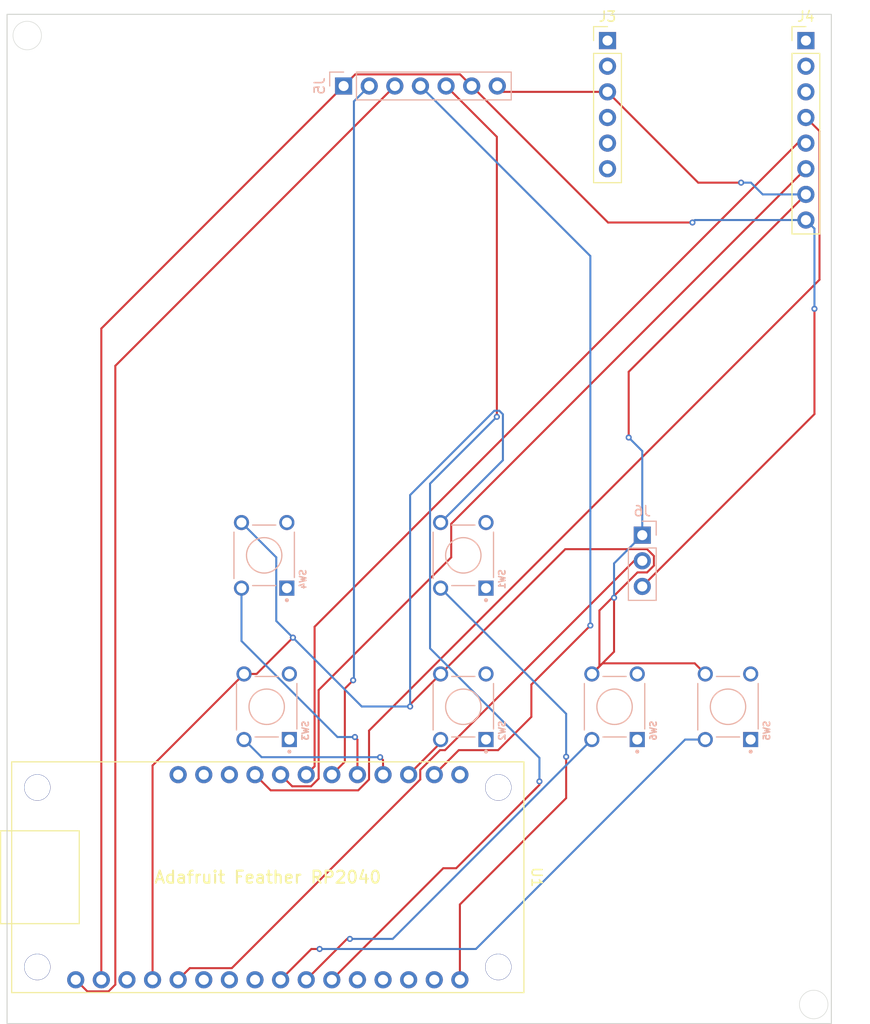
<source format=kicad_pcb>
(kicad_pcb (version 20241229) (generator "pcbnew") (generator_version "9.0")
  (layers (0 "F.Cu" signal) (2 "B.Cu" signal) (13 "F.Paste" user) (15 "B.Paste" user) (5 "F.SilkS" user "F.Silkscreen") (7 "B.SilkS" user "B.Silkscreen") (1 "F.Mask" user) (3 "B.Mask" user) (25 "Edge.Cuts" user))
  (net 0 "")
  (net 1 "SDA")
  (net 2 "EN")
  (net 3 "10")
  (net 4 "6")
  (net 5 "5")
  (net 6 "12")
  (net 7 "9")
  (net 8 "SCL")
  (net 9 "11")
  (net 10 "13")
  (net 11 "A1")
  (net 12 "SCK")
  (net 13 "25")
  (net 14 "RX")
  (net 15 "A3")
  (net 16 "24")
  (net 17 "3.3V")
  (net 18 "4")
  (net 19 "A0")
  (net 20 "A2")
  (net 21 "RES")
  (net 22 "MO")
  (net 23 "MI")
  (net 24 "TX")
  (net 25 "3v")
  (net 26 "MCK")
  (net 27 "FM")
  (net 28 "Lout")
  (net 29 "Rout")
  (net 30 "G")
  (net 43 "VBat")
  (net 44 "VBus")
  (net 45 "3v3")
  (net 46 "GND")
  (net 47 "DE")
  (net 48 "FIL")
  (footprint "Connector_PinHeader_2.54mm:PinHeader_1x06_P2.54mm_Vertical" (layer "F.Cu") (at 180.55 37.5)
    (property "Reference" "J3" (at 0 -2.38 0) (layer "F.SilkS"))
    (property "Value" "PCM5102_side_6")
    (fp_line (start -1.38 -1.38) (end 0 -1.38) (stroke (width 0.12)) (layer "F.SilkS"))
    (fp_line (start -1.38 0) (end -1.38 -1.38) (stroke (width 0.12)) (layer "F.SilkS"))
    (fp_line (start -1.38 1.27) (end -1.38 14.08) (stroke (width 0.12)) (layer "F.SilkS"))
    (fp_line (start -1.38 1.27) (end 1.38 1.27) (stroke (width 0.12)) (layer "F.SilkS"))
    (fp_line (start -1.38 14.08) (end 1.38 14.08) (stroke (width 0.12)) (layer "F.SilkS"))
    (fp_line (start 1.38 1.27) (end 1.38 14.08) (stroke (width 0.12)) (layer "F.SilkS"))
    (pad "1" thru_hole rect (at 0 0) (size 1.7 1.7) (drill 1) (layers "*.Cu" "*.Mask") (net 25 "3v"))
    (pad "2" thru_hole circle (at 0 2.54) (size 1.7 1.7) (drill 1) (layers "*.Cu" "*.Mask") (net 27 "FM"))
    (pad "3" thru_hole circle (at 0 5.08) (size 1.7 1.7) (drill 1) (layers "*.Cu" "*.Mask") (net 46 "GND"))
    (pad "4" thru_hole circle (at 0 7.62) (size 1.7 1.7) (drill 1) (layers "*.Cu" "*.Mask") (net 26 "MCK"))
    (pad "5" thru_hole circle (at 0 10.16) (size 1.7 1.7) (drill 1) (layers "*.Cu" "*.Mask") (net 48 "FIL"))
    (pad "6" thru_hole circle (at 0 12.7) (size 1.7 1.7) (drill 1) (layers "*.Cu" "*.Mask") (net 47 "DE"))
  )
  (footprint "Connector_PinHeader_2.54mm:PinHeader_1x08_P2.54mm_Vertical" (layer "F.Cu") (at 200.225 37.5)
    (property "Reference" "J4" (at 0 -2.38 0) (layer "F.SilkS"))
    (property "Value" "PCM5102_side_8")
    (fp_line (start -1.38 -1.38) (end 0 -1.38) (stroke (width 0.12)) (layer "F.SilkS"))
    (fp_line (start -1.38 0) (end -1.38 -1.38) (stroke (width 0.12)) (layer "F.SilkS"))
    (fp_line (start -1.38 1.27) (end -1.38 19.16) (stroke (width 0.12)) (layer "F.SilkS"))
    (fp_line (start -1.38 1.27) (end 1.38 1.27) (stroke (width 0.12)) (layer "F.SilkS"))
    (fp_line (start -1.38 19.16) (end 1.38 19.16) (stroke (width 0.12)) (layer "F.SilkS"))
    (fp_line (start 1.38 1.27) (end 1.38 19.16) (stroke (width 0.12)) (layer "F.SilkS"))
    (pad "1" thru_hole rect (at 0 0) (size 1.7 1.7) (drill 1) (layers "*.Cu" "*.Mask") (net 29 "Rout"))
    (pad "2" thru_hole circle (at 0 2.54) (size 1.7 1.7) (drill 1) (layers "*.Cu" "*.Mask") (net 30 "G"))
    (pad "3" thru_hole circle (at 0 5.08) (size 1.7 1.7) (drill 1) (layers "*.Cu" "*.Mask") (net 28 "Lout"))
    (pad "4" thru_hole circle (at 0 7.62) (size 1.7 1.7) (drill 1) (layers "*.Cu" "*.Mask") (net 10 "13"))
    (pad "5" thru_hole circle (at 0 10.16) (size 1.7 1.7) (drill 1) (layers "*.Cu" "*.Mask") (net 9 "11"))
    (pad "6" thru_hole circle (at 0 12.7) (size 1.7 1.7) (drill 1) (layers "*.Cu" "*.Mask") (net 6 "12"))
    (pad "7" thru_hole circle (at 0 15.24) (size 1.7 1.7) (drill 1) (layers "*.Cu" "*.Mask") (net 46 "GND"))
    (pad "8" thru_hole circle (at 0 17.78) (size 1.7 1.7) (drill 1) (layers "*.Cu" "*.Mask") (net 17 "3.3V"))
  )
  (footprint "Adafruit-RP2040-KiCAD-main:Adafruit-Feather-RP2040" (layer "F.Cu") (at 146.86 120.39)
    (property "Reference" "U1" (at 26.67 0 270) (layer "F.SilkS"))
    (property "Value" "Adafruit-Feather-RP2040_adalogger")
    (fp_line (start -26.5 -4.6) (end -26.5 4.6) (stroke (width 0.12)) (layer "F.SilkS"))
    (fp_line (start -25.4 -11.43) (end 25.4 -11.43) (stroke (width 0.12)) (layer "F.SilkS"))
    (fp_line (start -25.4 11.43) (end -25.4 -11.43) (stroke (width 0.12)) (layer "F.SilkS"))
    (fp_line (start -18.7 -4.6) (end -26.5 -4.6) (stroke (width 0.12)) (layer "F.SilkS"))
    (fp_line (start -18.7 -4.6) (end -18.7 4.6) (stroke (width 0.12)) (layer "F.SilkS"))
    (fp_line (start -18.7 4.6) (end -26.5 4.6) (stroke (width 0.12)) (layer "F.SilkS"))
    (fp_line (start 25.4 -11.43) (end 25.4 11.43) (stroke (width 0.12)) (layer "F.SilkS"))
    (fp_line (start 25.4 11.43) (end -25.4 11.43) (stroke (width 0.12)) (layer "F.SilkS"))
    (fp_text user "Adafruit Feather RP2040" (at 0 0 0) (layer "F.SilkS") (effects (font (size 1.2 1.2) (thickness 0.2))))
    (pad "" np_thru_hole circle (at -22.86 -8.89) (size 2.6 2.6) (drill 2.54) (layers "*.Cu" "*.Mask") (clearance 1.3))
    (pad "" np_thru_hole circle (at -22.86 8.89) (size 2.6 2.6) (drill 2.54) (layers "*.Cu" "*.Mask") (clearance 1.3))
    (pad "" np_thru_hole circle (at 22.86 -8.89) (size 2.6 2.6) (drill 2.54) (layers "*.Cu" "*.Mask") (clearance 1.3))
    (pad "" np_thru_hole circle (at 22.86 8.89) (size 2.6 2.6) (drill 2.54) (layers "*.Cu" "*.Mask") (clearance 1.3))
    (pad "1" thru_hole circle (at -19.05 10.16) (size 1.7 1.7) (drill 1) (layers "*.Cu" "*.Mask") (net 21 "RES"))
    (pad "2" thru_hole circle (at -16.51 10.16) (size 1.7 1.7) (drill 1) (layers "*.Cu" "*.Mask") (net 17 "3.3V"))
    (pad "3" thru_hole circle (at -13.97 10.16) (size 1.7 1.7) (drill 1) (layers "*.Cu" "*.Mask") (net 45 "3v3"))
    (pad "4" thru_hole circle (at -11.43 10.16) (size 1.7 1.7) (drill 1) (layers "*.Cu" "*.Mask") (net 46 "GND"))
    (pad "5" thru_hole circle (at -8.89 10.16) (size 1.7 1.7) (drill 1) (layers "*.Cu" "*.Mask") (net 19 "A0"))
    (pad "6" thru_hole circle (at -6.35 10.16) (size 1.7 1.7) (drill 1) (layers "*.Cu" "*.Mask") (net 11 "A1"))
    (pad "7" thru_hole circle (at -3.81 10.16) (size 1.7 1.7) (drill 1) (layers "*.Cu" "*.Mask") (net 20 "A2"))
    (pad "8" thru_hole circle (at -1.27 10.16) (size 1.7 1.7) (drill 1) (layers "*.Cu" "*.Mask") (net 15 "A3"))
    (pad "9" thru_hole circle (at 1.27 10.16) (size 1.7 1.7) (drill 1) (layers "*.Cu" "*.Mask") (net 16 "24"))
    (pad "10" thru_hole circle (at 3.81 10.16) (size 1.7 1.7) (drill 1) (layers "*.Cu" "*.Mask") (net 13 "25"))
    (pad "11" thru_hole circle (at 6.35 10.16) (size 1.7 1.7) (drill 1) (layers "*.Cu" "*.Mask") (net 12 "SCK"))
    (pad "12" thru_hole circle (at 8.89 10.16) (size 1.7 1.7) (drill 1) (layers "*.Cu" "*.Mask") (net 22 "MO"))
    (pad "13" thru_hole circle (at 11.43 10.16) (size 1.7 1.7) (drill 1) (layers "*.Cu" "*.Mask") (net 23 "MI"))
    (pad "14" thru_hole circle (at 13.97 10.16) (size 1.7 1.7) (drill 1) (layers "*.Cu" "*.Mask") (net 14 "RX"))
    (pad "15" thru_hole circle (at 16.51 10.16) (size 1.7 1.7) (drill 1) (layers "*.Cu" "*.Mask") (net 24 "TX"))
    (pad "16" thru_hole circle (at 19.05 10.16) (size 1.7 1.7) (drill 1) (layers "*.Cu" "*.Mask") (net 18 "4"))
    (pad "17" thru_hole circle (at 19.05 -10.16) (size 1.7 1.7) (drill 1) (layers "*.Cu" "*.Mask") (net 8 "SCL"))
    (pad "18" thru_hole circle (at 16.51 -10.16) (size 1.7 1.7) (drill 1) (layers "*.Cu" "*.Mask") (net 1 "SDA"))
    (pad "19" thru_hole circle (at 13.97 -10.16) (size 1.7 1.7) (drill 1) (layers "*.Cu" "*.Mask") (net 5 "5"))
    (pad "20" thru_hole circle (at 11.43 -10.16) (size 1.7 1.7) (drill 1) (layers "*.Cu" "*.Mask") (net 4 "6"))
    (pad "21" thru_hole circle (at 8.89 -10.16) (size 1.7 1.7) (drill 1) (layers "*.Cu" "*.Mask") (net 7 "9"))
    (pad "22" thru_hole circle (at 6.35 -10.16) (size 1.7 1.7) (drill 1) (layers "*.Cu" "*.Mask") (net 3 "10"))
    (pad "23" thru_hole circle (at 3.81 -10.16) (size 1.7 1.7) (drill 1) (layers "*.Cu" "*.Mask") (net 9 "11"))
    (pad "24" thru_hole circle (at 1.27 -10.16) (size 1.7 1.7) (drill 1) (layers "*.Cu" "*.Mask") (net 6 "12"))
    (pad "25" thru_hole circle (at -1.27 -10.16) (size 1.7 1.7) (drill 1) (layers "*.Cu" "*.Mask") (net 10 "13"))
    (pad "26" thru_hole circle (at -3.81 -10.16) (size 1.7 1.7) (drill 1) (layers "*.Cu" "*.Mask") (net 44 "VBus"))
    (pad "27" thru_hole circle (at -6.35 -10.16) (size 1.7 1.7) (drill 1) (layers "*.Cu" "*.Mask") (net 2 "EN"))
    (pad "28" thru_hole circle (at -8.89 -10.16) (size 1.7 1.7) (drill 1) (layers "*.Cu" "*.Mask") (net 43 "VBat"))
  )
  (footprint "1825910-6:SW_1825910-6-4" (layer "B.Cu") (at 166.25 103.5 90)
    (property "Reference" "SW2" (at -2.3627 3.844398 90) (layer "B.SilkS") (effects (font (size 0.630643 0.630643)) (justify mirror)))
    (property "Value" "1825910-6")
    (fp_line (start 2.3 -2.995) (end -2.3 -2.995) (stroke (width 0.127)) (layer "B.SilkS"))
    (fp_line (start 3 1.15) (end 3 -1.15) (stroke (width 0.127)) (layer "B.SilkS"))
    (fp_line (start -2.995 1.15) (end -2.995 -1.15) (stroke (width 0.127)) (layer "B.SilkS"))
    (fp_line (start -2.2 2.995) (end 2.3 2.995) (stroke (width 0.127)) (layer "B.SilkS"))
    (fp_circle (center 0 0) (end 1.755 0) (stroke (width 0.127)) (fill no) (layer "B.SilkS"))
    (fp_circle (center -4.445 2.25) (end -4.345 2.25) (stroke (width 0.2)) (fill no) (layer "B.SilkS"))
    (pad "1" thru_hole rect (at -3.25 2.25 90) (size 1.498 1.498) (drill 0.99) (layers "*.Cu" "*.Mask"))
    (pad "2" thru_hole circle (at 3.25 2.25 90) (size 1.498 1.498) (drill 0.99) (layers "*.Cu" "*.Mask"))
    (pad "3" thru_hole circle (at -3.25 -2.25 90) (size 1.498 1.498) (drill 0.99) (layers "*.Cu" "*.Mask") (net 5 "5"))
    (pad "4" thru_hole circle (at 3.25 -2.25 90) (size 1.498 1.498) (drill 0.99) (layers "*.Cu" "*.Mask") (net 46 "GND"))
  )
  (footprint "1825910-6:SW_1825910-6-4" (layer "B.Cu") (at 181.25 103.5 90)
    (property "Reference" "SW6" (at -2.3627 3.844398 90) (layer "B.SilkS") (effects (font (size 0.630643 0.630643)) (justify mirror)))
    (property "Value" "1825910-6")
    (fp_line (start 2.3 -2.995) (end -2.3 -2.995) (stroke (width 0.127)) (layer "B.SilkS"))
    (fp_line (start 3 1.15) (end 3 -1.15) (stroke (width 0.127)) (layer "B.SilkS"))
    (fp_line (start -2.995 1.15) (end -2.995 -1.15) (stroke (width 0.127)) (layer "B.SilkS"))
    (fp_line (start -2.2 2.995) (end 2.3 2.995) (stroke (width 0.127)) (layer "B.SilkS"))
    (fp_circle (center 0 0) (end 1.755 0) (stroke (width 0.127)) (fill no) (layer "B.SilkS"))
    (fp_circle (center -4.445 2.25) (end -4.345 2.25) (stroke (width 0.2)) (fill no) (layer "B.SilkS"))
    (pad "1" thru_hole rect (at -3.25 2.25 90) (size 1.498 1.498) (drill 0.99) (layers "*.Cu" "*.Mask"))
    (pad "2" thru_hole circle (at 3.25 2.25 90) (size 1.498 1.498) (drill 0.99) (layers "*.Cu" "*.Mask"))
    (pad "3" thru_hole circle (at -3.25 -2.25 90) (size 1.498 1.498) (drill 0.99) (layers "*.Cu" "*.Mask") (net 13 "25"))
    (pad "4" thru_hole circle (at 3.25 -2.25 90) (size 1.498 1.498) (drill 0.99) (layers "*.Cu" "*.Mask") (net 46 "GND"))
  )
  (footprint "Connector_PinHeader_2.54mm:PinHeader_1x07_P2.54mm_Vertical" (layer "B.Cu") (at 154.38 42 -90)
    (property "Reference" "J5" (at 0 2.38 90) (layer "B.SilkS") (effects (justify mirror)))
    (property "Value" "screen_7")
    (fp_line (start -1.38 1.38) (end 0 1.379999) (stroke (width 0.12)) (layer "B.SilkS"))
    (fp_line (start -1.379999 0) (end -1.38 1.38) (stroke (width 0.12)) (layer "B.SilkS"))
    (fp_line (start -1.38 -1.27) (end 1.38 -1.27) (stroke (width 0.12)) (layer "B.SilkS"))
    (fp_line (start -1.38 -1.27) (end -1.38 -16.62) (stroke (width 0.12)) (layer "B.SilkS"))
    (fp_line (start 1.38 -1.27) (end 1.38 -16.62) (stroke (width 0.12)) (layer "B.SilkS"))
    (fp_line (start -1.38 -16.62) (end 1.38 -16.62) (stroke (width 0.12)) (layer "B.SilkS"))
    (pad "1" thru_hole rect (at 0 0 270) (size 1.7 1.7) (drill 1) (layers "*.Cu" "*.Mask") (net 17 "3.3V"))
    (pad "2" thru_hole circle (at 0 -2.54 270) (size 1.7 1.7) (drill 1) (layers "*.Cu" "*.Mask") (net 3 "10"))
    (pad "3" thru_hole circle (at 0 -5.079999 270) (size 1.7 1.7) (drill 1) (layers "*.Cu" "*.Mask") (net 21 "RES"))
    (pad "4" thru_hole circle (at 0 -7.62 270) (size 1.7 1.7) (drill 1) (layers "*.Cu" "*.Mask") (net 1 "SDA"))
    (pad "5" thru_hole circle (at 0 -10.16 270) (size 1.7 1.7) (drill 1) (layers "*.Cu" "*.Mask") (net 12 "SCK"))
    (pad "6" thru_hole circle (at 0 -12.7 270) (size 1.7 1.7) (drill 1) (layers "*.Cu" "*.Mask") (net 17 "3.3V"))
    (pad "7" thru_hole circle (at 0 -15.24 270) (size 1.7 1.7) (drill 1) (layers "*.Cu" "*.Mask") (net 46 "GND"))
  )
  (footprint "Connector_PinHeader_2.54mm:PinHeader_1x03_P2.54mm_Vertical" (layer "B.Cu") (at 184 86.5 180)
    (property "Reference" "J6" (at 0 2.38 0) (layer "B.SilkS") (effects (justify mirror)))
    (property "Value" "potentiometer_3")
    (fp_line (start 1.38 -1.27) (end 1.38 -6.46) (stroke (width 0.12)) (layer "B.SilkS"))
    (fp_line (start -1.38 1.38) (end 0 1.38) (stroke (width 0.12)) (layer "B.SilkS"))
    (fp_line (start -1.38 0) (end -1.38 1.38) (stroke (width 0.12)) (layer "B.SilkS"))
    (fp_line (start -1.38 -1.27) (end 1.38 -1.27) (stroke (width 0.12)) (layer "B.SilkS"))
    (fp_line (start -1.38 -1.27) (end -1.38 -6.46) (stroke (width 0.12)) (layer "B.SilkS"))
    (fp_line (start -1.38 -6.46) (end 1.38 -6.46) (stroke (width 0.12)) (layer "B.SilkS"))
    (pad "1" thru_hole rect (at 0 0 180) (size 1.7 1.7) (drill 1) (layers "*.Cu" "*.Mask") (net 46 "GND"))
    (pad "2" thru_hole circle (at 0 -2.54 180) (size 1.7 1.7) (drill 1) (layers "*.Cu" "*.Mask") (net 19 "A0"))
    (pad "3" thru_hole circle (at 0 -5.08 180) (size 1.7 1.7) (drill 1) (layers "*.Cu" "*.Mask") (net 17 "3.3V"))
  )
  (footprint "1825910-6:SW_1825910-6-4" (layer "B.Cu") (at 146.75 103.5 90)
    (property "Reference" "SW3" (at -2.3627 3.844398 90) (layer "B.SilkS") (effects (font (size 0.630643 0.630643)) (justify mirror)))
    (property "Value" "1825910-6")
    (fp_line (start 2.3 -2.995) (end -2.3 -2.995) (stroke (width 0.127)) (layer "B.SilkS"))
    (fp_line (start 3 1.15) (end 3 -1.15) (stroke (width 0.127)) (layer "B.SilkS"))
    (fp_line (start -2.995 1.15) (end -2.995 -1.15) (stroke (width 0.127)) (layer "B.SilkS"))
    (fp_line (start -2.2 2.995) (end 2.3 2.995) (stroke (width 0.127)) (layer "B.SilkS"))
    (fp_circle (center 0 0) (end 1.755 0) (stroke (width 0.127)) (fill no) (layer "B.SilkS"))
    (fp_circle (center -4.445 2.25) (end -4.345 2.25) (stroke (width 0.2)) (fill no) (layer "B.SilkS"))
    (pad "1" thru_hole rect (at -3.25 2.25 90) (size 1.498 1.498) (drill 0.99) (layers "*.Cu" "*.Mask"))
    (pad "2" thru_hole circle (at 3.25 2.25 90) (size 1.498 1.498) (drill 0.99) (layers "*.Cu" "*.Mask"))
    (pad "3" thru_hole circle (at -3.25 -2.25 90) (size 1.498 1.498) (drill 0.99) (layers "*.Cu" "*.Mask") (net 4 "6"))
    (pad "4" thru_hole circle (at 3.25 -2.25 90) (size 1.498 1.498) (drill 0.99) (layers "*.Cu" "*.Mask") (net 46 "GND"))
  )
  (footprint "1825910-6:SW_1825910-6-4" (layer "B.Cu") (at 166.25 88.5 90)
    (property "Reference" "SW1" (at -2.3627 3.844398 90) (layer "B.SilkS") (effects (font (size 0.630643 0.630643)) (justify mirror)))
    (property "Value" "1825910-6")
    (fp_line (start 2.3 -2.995) (end -2.3 -2.995) (stroke (width 0.127)) (layer "B.SilkS"))
    (fp_line (start 3 1.15) (end 3 -1.15) (stroke (width 0.127)) (layer "B.SilkS"))
    (fp_line (start -2.995 1.15) (end -2.995 -1.15) (stroke (width 0.127)) (layer "B.SilkS"))
    (fp_line (start -2.2 2.995) (end 2.3 2.995) (stroke (width 0.127)) (layer "B.SilkS"))
    (fp_circle (center 0 0) (end 1.755 0) (stroke (width 0.127)) (fill no) (layer "B.SilkS"))
    (fp_circle (center -4.445 2.25) (end -4.345 2.25) (stroke (width 0.2)) (fill no) (layer "B.SilkS"))
    (pad "1" thru_hole rect (at -3.25 2.25 90) (size 1.498 1.498) (drill 0.99) (layers "*.Cu" "*.Mask"))
    (pad "2" thru_hole circle (at 3.25 2.25 90) (size 1.498 1.498) (drill 0.99) (layers "*.Cu" "*.Mask"))
    (pad "3" thru_hole circle (at -3.25 -2.25 90) (size 1.498 1.498) (drill 0.99) (layers "*.Cu" "*.Mask") (net 18 "4"))
    (pad "4" thru_hole circle (at 3.25 -2.25 90) (size 1.498 1.498) (drill 0.99) (layers "*.Cu" "*.Mask") (net 46 "GND"))
  )
  (footprint "1825910-6:SW_1825910-6-4" (layer "B.Cu") (at 146.5 88.5 90)
    (property "Reference" "SW4" (at -2.3627 3.844398 90) (layer "B.SilkS") (effects (font (size 0.630643 0.630643)) (justify mirror)))
    (property "Value" "1825910-6")
    (fp_line (start 2.3 -2.995) (end -2.3 -2.995) (stroke (width 0.127)) (layer "B.SilkS"))
    (fp_line (start 3 1.15) (end 3 -1.15) (stroke (width 0.127)) (layer "B.SilkS"))
    (fp_line (start -2.995 1.15) (end -2.995 -1.15) (stroke (width 0.127)) (layer "B.SilkS"))
    (fp_line (start -2.2 2.995) (end 2.3 2.995) (stroke (width 0.127)) (layer "B.SilkS"))
    (fp_circle (center 0 0) (end 1.755 0) (stroke (width 0.127)) (fill no) (layer "B.SilkS"))
    (fp_circle (center -4.445 2.25) (end -4.345 2.25) (stroke (width 0.2)) (fill no) (layer "B.SilkS"))
    (pad "1" thru_hole rect (at -3.25 2.25 90) (size 1.498 1.498) (drill 0.99) (layers "*.Cu" "*.Mask"))
    (pad "2" thru_hole circle (at 3.25 2.25 90) (size 1.498 1.498) (drill 0.99) (layers "*.Cu" "*.Mask"))
    (pad "3" thru_hole circle (at -3.25 -2.25 90) (size 1.498 1.498) (drill 0.99) (layers "*.Cu" "*.Mask") (net 7 "9"))
    (pad "4" thru_hole circle (at 3.25 -2.25 90) (size 1.498 1.498) (drill 0.99) (layers "*.Cu" "*.Mask") (net 46 "GND"))
  )
  (footprint "1825910-6:SW_1825910-6-4" (layer "B.Cu") (at 192.5 103.5 90)
    (property "Reference" "SW5" (at -2.3627 3.844398 90) (layer "B.SilkS") (effects (font (size 0.630643 0.630643)) (justify mirror)))
    (property "Value" "1825910-6")
    (fp_line (start 2.3 -2.995) (end -2.3 -2.995) (stroke (width 0.127)) (layer "B.SilkS"))
    (fp_line (start 3 1.15) (end 3 -1.15) (stroke (width 0.127)) (layer "B.SilkS"))
    (fp_line (start -2.995 1.15) (end -2.995 -1.15) (stroke (width 0.127)) (layer "B.SilkS"))
    (fp_line (start -2.2 2.995) (end 2.3 2.995) (stroke (width 0.127)) (layer "B.SilkS"))
    (fp_circle (center 0 0) (end 1.755 0) (stroke (width 0.127)) (fill no) (layer "B.SilkS"))
    (fp_circle (center -4.445 2.25) (end -4.345 2.25) (stroke (width 0.2)) (fill no) (layer "B.SilkS"))
    (pad "1" thru_hole rect (at -3.25 2.25 90) (size 1.498 1.498) (drill 0.99) (layers "*.Cu" "*.Mask"))
    (pad "2" thru_hole circle (at 3.25 2.25 90) (size 1.498 1.498) (drill 0.99) (layers "*.Cu" "*.Mask"))
    (pad "3" thru_hole circle (at -3.25 -2.25 90) (size 1.498 1.498) (drill 0.99) (layers "*.Cu" "*.Mask") (net 16 "24"))
    (pad "4" thru_hole circle (at 3.25 -2.25 90) (size 1.498 1.498) (drill 0.99) (layers "*.Cu" "*.Mask") (net 46 "GND"))
  )
  (gr_rect (start 121 34.9) (end 202.75 134.895) (stroke (width 0.1)) (fill no) (layer "Edge.Cuts"))
  (gr_circle (center 123 37) (end 124 38) (stroke (width 0.05)) (fill no) (layer "Edge.Cuts"))
  (gr_circle (center 201 133) (end 202 134) (stroke (width 0.05)) (fill no) (layer "Edge.Cuts"))
  (segment (start 169.7 107.8) (end 173 104.5) (width 0.2) (layer "F.Cu") (net 1))
  (segment (start 163.37 110.23) (end 165.8 107.8) (width 0.2) (layer "F.Cu") (net 1))
  (segment (start 165.8 107.8) (end 169.7 107.8) (width 0.2) (layer "F.Cu") (net 1))
  (segment (start 173 101.3) (end 178.85 95.45) (width 0.2) (layer "F.Cu") (net 1))
  (segment (start 173 104.5) (end 173 101.3) (width 0.2) (layer "F.Cu") (net 1))
  (via (at 178.85 95.45) (size 0.6) (drill 0.3) (layers "F.Cu" "B.Cu") (net 1))
  (segment (start 178.85 95.45) (end 178.85 58.85) (width 0.2) (layer "B.Cu") (net 1))
  (segment (start 178.85 58.85) (end 162 42) (width 0.2) (layer "B.Cu") (net 1))
  (segment (start 154.5 108.94) (end 154.5 101.7) (width 0.2) (layer "F.Cu") (net 3))
  (segment (start 154.5 101.7) (end 155.325 100.875) (width 0.2) (layer "F.Cu") (net 3))
  (segment (start 153.21 110.23) (end 154.5 108.94) (width 0.2) (layer "F.Cu") (net 3))
  (via (at 155.325 100.875) (size 0.6) (drill 0.3) (layers "F.Cu" "B.Cu") (net 3))
  (segment (start 155.4 43.52) (end 156.92 42) (width 0.2) (layer "B.Cu") (net 3))
  (segment (start 155.4 100.8) (end 155.4 43.52) (width 0.2) (layer "B.Cu") (net 3))
  (segment (start 155.325 100.875) (end 155.4 100.8) (width 0.2) (layer "B.Cu") (net 3))
  (segment (start 158.29 108.79) (end 158 108.5) (width 0.2) (layer "F.Cu") (net 4))
  (segment (start 158.29 110.230001) (end 158.29 108.79) (width 0.2) (layer "F.Cu") (net 4))
  (via (at 158 108.5) (size 0.6) (drill 0.3) (layers "F.Cu" "B.Cu") (net 4))
  (segment (start 146.25 108.5) (end 144.5 106.75) (width 0.2) (layer "B.Cu") (net 4))
  (segment (start 158 108.5) (end 146.25 108.5) (width 0.2) (layer "B.Cu") (net 4))
  (segment (start 160.83 110.23) (end 164 107.06) (width 0.2) (layer "F.Cu") (net 5))
  (segment (start 164 107.06) (end 164 106.75) (width 0.2) (layer "F.Cu") (net 5))
  (segment (start 165.05 85.375) (end 200.225 50.2) (width 0.2) (layer "F.Cu") (net 6))
  (segment (start 149.281 111.381) (end 148.13 110.23) (width 0.2) (layer "F.Cu") (net 6))
  (segment (start 148.130001 110.23) (end 148.1871 110.23) (width 0.2) (layer "F.Cu") (net 6))
  (segment (start 151.901 110.62676) (end 151.14676 111.381) (width 0.2) (layer "F.Cu") (net 6))
  (segment (start 151.901 101.849) (end 151.901 110.62676) (width 0.2) (layer "F.Cu") (net 6))
  (segment (start 165.05 85.375) (end 165.05 88.7) (width 0.2) (layer "F.Cu") (net 6))
  (segment (start 165.05 88.7) (end 151.901 101.849) (width 0.2) (layer "F.Cu") (net 6))
  (segment (start 151.14676 111.381) (end 149.281 111.381) (width 0.2) (layer "F.Cu") (net 6))
  (segment (start 155.75 110.23) (end 155.75 106.75) (width 0.2) (layer "F.Cu") (net 7))
  (segment (start 155.75 106.75) (end 155.5 106.5) (width 0.2) (layer "F.Cu") (net 7))
  (via (at 155.5 106.5) (size 0.6) (drill 0.3) (layers "F.Cu" "B.Cu") (net 7))
  (segment (start 153.765075 106.5) (end 144.25 96.984925) (width 0.2) (layer "B.Cu") (net 7))
  (segment (start 155.5 106.5) (end 153.765075 106.5) (width 0.2) (layer "B.Cu") (net 7))
  (segment (start 144.25 96.984925) (end 144.25 91.75) (width 0.2) (layer "B.Cu") (net 7))
  (segment (start 199.415 47.66) (end 200.225 47.66) (width 0.2) (layer "F.Cu") (net 9))
  (segment (start 150.67 110.23) (end 151.5 109.4) (width 0.2) (layer "F.Cu") (net 9))
  (segment (start 151.5 95.575) (end 199.415 47.66) (width 0.2) (layer "F.Cu") (net 9))
  (segment (start 151.5 109.4) (end 151.5 95.575) (width 0.2) (layer "F.Cu") (net 9))
  (segment (start 200.225 45.12) (end 201.575 46.47) (width 0.2) (layer "F.Cu") (net 10))
  (segment (start 155.82576 111.782) (end 147.142 111.782) (width 0.2) (layer "F.Cu") (net 10))
  (segment (start 147.142 111.782) (end 145.59 110.23) (width 0.2) (layer "F.Cu") (net 10))
  (segment (start 201.575 61.190075) (end 156.901 105.864075) (width 0.2) (layer "F.Cu") (net 10))
  (segment (start 156.901 105.864075) (end 156.901 110.70676) (width 0.2) (layer "F.Cu") (net 10))
  (segment (start 156.901 110.70676) (end 155.82576 111.782) (width 0.2) (layer "F.Cu") (net 10))
  (segment (start 201.575 46.47) (end 201.575 61.190075) (width 0.2) (layer "F.Cu") (net 10))
  (segment (start 169.575 47.035) (end 169.575 74.775) (width 0.2) (layer "F.Cu") (net 12))
  (segment (start 165.539791 119.5) (end 171.994895 113.044895) (width 0.2) (layer "F.Cu") (net 12))
  (segment (start 173.8 111.23979) (end 171.994895 113.044895) (width 0.2) (layer "F.Cu") (net 12))
  (segment (start 164.54 42) (end 169.575 47.035) (width 0.2) (layer "F.Cu") (net 12))
  (segment (start 164.26 119.5) (end 165.539791 119.5) (width 0.2) (layer "F.Cu") (net 12))
  (segment (start 173.8 110.9) (end 173.8 111.23979) (width 0.2) (layer "F.Cu") (net 12))
  (segment (start 153.21 130.55) (end 164.26 119.5) (width 0.2) (layer "F.Cu") (net 12))
  (segment (start 171.994895 113.044895) (end 173.5 111.539791) (width 0.2) (layer "F.Cu") (net 12))
  (via (at 169.575 74.775) (size 0.6) (drill 0.3) (layers "F.Cu" "B.Cu") (net 12))
  (via (at 173.8 110.9) (size 0.6) (drill 0.3) (layers "F.Cu" "B.Cu") (net 12))
  (segment (start 162.95 97.715075) (end 173.8 108.565075) (width 0.2) (layer "B.Cu") (net 12))
  (segment (start 173.8 108.565075) (end 173.8 110.9) (width 0.2) (layer "B.Cu") (net 12))
  (segment (start 169.575 74.775) (end 162.95 81.4) (width 0.2) (layer "B.Cu") (net 12))
  (segment (start 162.95 81.4) (end 162.95 97.715075) (width 0.2) (layer "B.Cu") (net 12))
  (segment (start 154.72 126.5) (end 155 126.5) (width 0.2) (layer "F.Cu") (net 13))
  (segment (start 150.67 130.55) (end 154.72 126.5) (width 0.2) (layer "F.Cu") (net 13))
  (via (at 155 126.5) (size 0.6) (drill 0.3) (layers "F.Cu" "B.Cu") (net 13))
  (segment (start 159.25 126.5) (end 179 106.75) (width 0.2) (layer "B.Cu") (net 13))
  (segment (start 155 126.5) (end 159.25 126.5) (width 0.2) (layer "B.Cu") (net 13))
  (segment (start 151.180001 127.5) (end 152 127.5) (width 0.2) (layer "F.Cu") (net 16))
  (segment (start 148.130001 130.55) (end 151.180001 127.5) (width 0.2) (layer "F.Cu") (net 16))
  (via (at 152 127.5) (size 0.6) (drill 0.3) (layers "F.Cu" "B.Cu") (net 16))
  (segment (start 167.5 127.5) (end 188.25 106.75) (width 0.2) (layer "B.Cu") (net 16))
  (segment (start 188.25 106.75) (end 190.25 106.75) (width 0.2) (layer "B.Cu") (net 16))
  (segment (start 152 127.5) (end 167.5 127.5) (width 0.2) (layer "B.Cu") (net 16))
  (segment (start 180.605 55.525) (end 188.975 55.525) (width 0.2) (layer "F.Cu") (net 17))
  (segment (start 184 91.58) (end 201.075 74.505) (width 0.2) (layer "F.Cu") (net 17))
  (segment (start 201.075 74.505) (end 201.075 64.075) (width 0.2) (layer "F.Cu") (net 17))
  (segment (start 165.93 40.85) (end 167.08 42) (width 0.2) (layer "F.Cu") (net 17))
  (segment (start 130.35 130.55) (end 130.35 66.03) (width 0.2) (layer "F.Cu") (net 17))
  (segment (start 154.38 42) (end 155.53 40.85) (width 0.2) (layer "F.Cu") (net 17))
  (segment (start 167.08 42) (end 180.605 55.525) (width 0.2) (layer "F.Cu") (net 17))
  (segment (start 155.53 40.85) (end 165.93 40.85) (width 0.2) (layer "F.Cu") (net 17))
  (segment (start 130.35 66.03) (end 154.38 42) (width 0.2) (layer "F.Cu") (net 17))
  (via (at 201.075 64.075) (size 0.6) (drill 0.3) (layers "F.Cu" "B.Cu") (net 17))
  (via (at 188.975 55.525) (size 0.6) (drill 0.3) (layers "F.Cu" "B.Cu") (net 17))
  (segment (start 189.22 55.28) (end 200.225 55.28) (width 0.2) (layer "B.Cu") (net 17))
  (segment (start 201.075 64.075) (end 201.075 56.13) (width 0.2) (layer "B.Cu") (net 17))
  (segment (start 188.975 55.525) (end 189.22 55.28) (width 0.2) (layer "B.Cu") (net 17))
  (segment (start 201.075 56.13) (end 200.225 55.28) (width 0.2) (layer "B.Cu") (net 17))
  (segment (start 176.450735 112.549265) (end 176.450735 108.450735) (width 0.2) (layer "F.Cu") (net 18))
  (segment (start 165.91 130.55) (end 165.91 123.09) (width 0.2) (layer "F.Cu") (net 18))
  (segment (start 165.91 123.09) (end 176.450735 112.549265) (width 0.2) (layer "F.Cu") (net 18))
  (via (at 176.450735 108.450735) (size 0.6) (drill 0.3) (layers "F.Cu" "B.Cu") (net 18))
  (segment (start 176.450735 104.200735) (end 164 91.75) (width 0.2) (layer "B.Cu") (net 18))
  (segment (start 176.450735 108.450735) (end 176.450735 104.200735) (width 0.2) (layer "B.Cu") (net 18))
  (segment (start 143.28876 129.399) (end 139.121 129.399) (width 0.2) (layer "F.Cu") (net 19))
  (segment (start 139.121 129.399) (end 137.97 130.55) (width 0.2) (layer "F.Cu") (net 19))
  (segment (start 184 89.04) (end 183.194925 89.04) (width 0.2) (layer "F.Cu") (net 19))
  (segment (start 163.93424 107.8) (end 161.981 109.75324) (width 0.2) (layer "F.Cu") (net 19))
  (segment (start 161.981 110.70676) (end 143.28876 129.399) (width 0.2) (layer "F.Cu") (net 19))
  (segment (start 183.194925 89.04) (end 164.434925 107.8) (width 0.2) (layer "F.Cu") (net 19))
  (segment (start 161.981 109.75324) (end 161.981 110.70676) (width 0.2) (layer "F.Cu") (net 19))
  (segment (start 164.434925 107.8) (end 163.93424 107.8) (width 0.2) (layer "F.Cu") (net 19))
  (segment (start 127.81 130.55) (end 128.961 131.701) (width 0.2) (layer "F.Cu") (net 21))
  (segment (start 131.06476 131.701) (end 131.739 131.02676) (width 0.2) (layer "F.Cu") (net 21))
  (segment (start 131.739 69.720999) (end 159.459999 42) (width 0.2) (layer "F.Cu") (net 21))
  (segment (start 131.739 131.02676) (end 131.739 69.720999) (width 0.2) (layer "F.Cu") (net 21))
  (segment (start 128.961 131.701) (end 131.06476 131.701) (width 0.2) (layer "F.Cu") (net 21))
  (segment (start 189.545 51.575) (end 193.8 51.575) (width 0.2) (layer "F.Cu") (net 46))
  (segment (start 176.361 87.889) (end 164 100.25) (width 0.2) (layer "F.Cu") (net 46))
  (segment (start 179.748999 93.965241) (end 183.52324 90.191) (width 0.2) (layer "F.Cu") (net 46))
  (segment (start 179 100.25) (end 181.2 98.05) (width 0.2) (layer "F.Cu") (net 46))
  (segment (start 184.47676 90.191) (end 185.151 89.51676) (width 0.2) (layer "F.Cu") (net 46))
  (segment (start 181.2 98.05) (end 181.2 92.7) (width 0.2) (layer "F.Cu") (net 46))
  (segment (start 189.2 99.2) (end 180.05 99.2) (width 0.2) (layer "F.Cu") (net 46))
  (segment (start 135.43 130.55) (end 135.43 109.32) (width 0.2) (layer "F.Cu") (net 46))
  (segment (start 185.151 88.56324) (end 184.47676 87.889) (width 0.2) (layer "F.Cu") (net 46))
  (segment (start 145.75 100.25) (end 144.5 100.25) (width 0.2) (layer "F.Cu") (net 46))
  (segment (start 190.25 100.25) (end 189.2 99.2) (width 0.2) (layer "F.Cu") (net 46))
  (segment (start 179.748999 99.501001) (end 179.748999 93.965241) (width 0.2) (layer "F.Cu") (net 46))
  (segment (start 170.2 42.58) (end 169.62 42) (width 0.2) (layer "F.Cu") (net 46))
  (segment (start 184.47676 87.889) (end 176.361 87.889) (width 0.2) (layer "F.Cu") (net 46))
  (segment (start 183.52324 90.191) (end 184.47676 90.191) (width 0.2) (layer "F.Cu") (net 46))
  (segment (start 164 100.25) (end 160.975 103.275) (width 0.2) (layer "F.Cu") (net 46))
  (segment (start 185.151 89.51676) (end 185.151 88.56324) (width 0.2) (layer "F.Cu") (net 46))
  (segment (start 160.975 103.275) (end 160.975 103.475) (width 0.2) (layer "F.Cu") (net 46))
  (segment (start 200.225 52.74) (end 182.65 70.315) (width 0.2) (layer "F.Cu") (net 46))
  (segment (start 149.35 96.65) (end 145.75 100.25) (width 0.2) (layer "F.Cu") (net 46))
  (segment (start 180.55 42.58) (end 189.545 51.575) (width 0.2) (layer "F.Cu") (net 46))
  (segment (start 135.43 109.32) (end 144.5 100.25) (width 0.2) (layer "F.Cu") (net 46))
  (segment (start 179 100.25) (end 179.748999 99.501001) (width 0.2) (layer "F.Cu") (net 46))
  (segment (start 180.55 42.58) (end 170.2 42.58) (width 0.2) (layer "F.Cu") (net 46))
  (segment (start 180.05 99.2) (end 179 100.25) (width 0.2) (layer "F.Cu") (net 46))
  (segment (start 182.65 70.315) (end 182.65 76.825) (width 0.2) (layer "F.Cu") (net 46))
  (via (at 193.8 51.575) (size 0.6) (drill 0.3) (layers "F.Cu" "B.Cu") (net 46))
  (via (at 181.2 92.7) (size 0.6) (drill 0.3) (layers "F.Cu" "B.Cu") (net 46))
  (via (at 182.65 76.825) (size 0.6) (drill 0.3) (layers "F.Cu" "B.Cu") (net 46))
  (via (at 149.35 96.65) (size 0.6) (drill 0.3) (layers "F.Cu" "B.Cu") (net 46))
  (via (at 160.975 103.475) (size 0.6) (drill 0.3) (layers "F.Cu" "B.Cu") (net 46))
  (segment (start 147.7 95) (end 147.7 88.7) (width 0.2) (layer "B.Cu") (net 46))
  (segment (start 147.7 88.7) (end 144.25 85.25) (width 0.2) (layer "B.Cu") (net 46))
  (segment (start 160.975 82.525057) (end 169.326057 74.174) (width 0.2) (layer "B.Cu") (net 46))
  (segment (start 195.94 52.74) (end 200.225 52.74) (width 0.2) (layer "B.Cu") (net 46))
  (segment (start 169.326057 74.174) (end 169.823943 74.174) (width 0.2) (layer "B.Cu") (net 46))
  (segment (start 182.65 76.825) (end 184 78.175) (width 0.2) (layer "B.Cu") (net 46))
  (segment (start 181.2 92.7) (end 181.2 89.3) (width 0.2) (layer "B.Cu") (net 46))
  (segment (start 184 78.175) (end 184 86.5) (width 0.2) (layer "B.Cu") (net 46))
  (segment (start 149.35 96.65) (end 147.7 95) (width 0.2) (layer "B.Cu") (net 46))
  (segment (start 193.8 51.575) (end 194.775 51.575) (width 0.2) (layer "B.Cu") (net 46))
  (segment (start 181.2 89.3) (end 184 86.5) (width 0.2) (layer "B.Cu") (net 46))
  (segment (start 169.823943 74.174) (end 170.176 74.526057) (width 0.2) (layer "B.Cu") (net 46))
  (segment (start 160.975 103.475) (end 156.175 103.475) (width 0.2) (layer "B.Cu") (net 46))
  (segment (start 156.175 103.475) (end 149.35 96.65) (width 0.2) (layer "B.Cu") (net 46))
  (segment (start 194.775 51.575) (end 195.94 52.74) (width 0.2) (layer "B.Cu") (net 46))
  (segment (start 160.975 103.475) (end 160.975 82.525057) (width 0.2) (layer "B.Cu") (net 46))
  (segment (start 170.176 74.526057) (end 170.176 79.074) (width 0.2) (layer "B.Cu") (net 46))
  (segment (start 170.176 79.074) (end 164 85.25) (width 0.2) (layer "B.Cu") (net 46))
)
</source>
